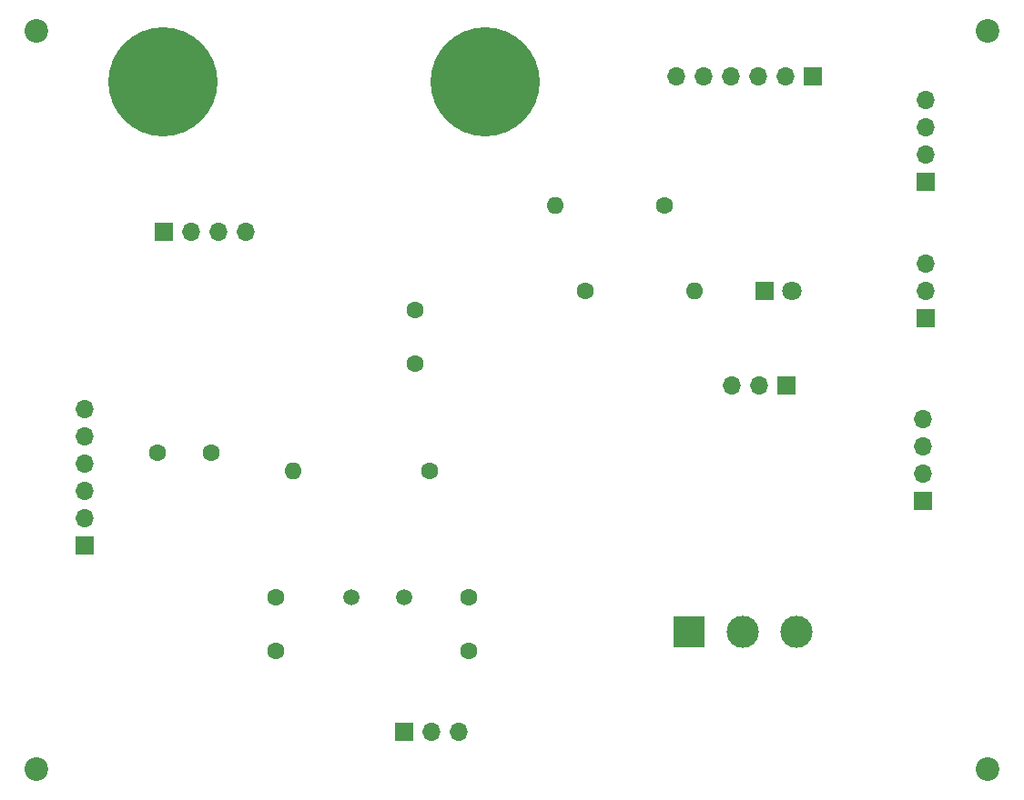
<source format=gbs>
G04 #@! TF.GenerationSoftware,KiCad,Pcbnew,8.0.6*
G04 #@! TF.CreationDate,2024-11-17T19:47:03-05:00*
G04 #@! TF.ProjectId,STM32_KiCAD,53544d33-325f-44b6-9943-41442e6b6963,rev?*
G04 #@! TF.SameCoordinates,Original*
G04 #@! TF.FileFunction,Soldermask,Bot*
G04 #@! TF.FilePolarity,Negative*
%FSLAX46Y46*%
G04 Gerber Fmt 4.6, Leading zero omitted, Abs format (unit mm)*
G04 Created by KiCad (PCBNEW 8.0.6) date 2024-11-17 19:47:03*
%MOMM*%
%LPD*%
G01*
G04 APERTURE LIST*
%ADD10C,2.200000*%
%ADD11C,1.500000*%
%ADD12R,1.700000X1.700000*%
%ADD13O,1.700000X1.700000*%
%ADD14C,1.600000*%
%ADD15C,10.160000*%
%ADD16R,3.000000X3.000000*%
%ADD17C,3.000000*%
%ADD18O,1.600000X1.600000*%
%ADD19R,1.800000X1.800000*%
%ADD20C,1.800000*%
G04 APERTURE END LIST*
D10*
X102000000Y-122750000D03*
D11*
X136200000Y-106750000D03*
X131320000Y-106750000D03*
D12*
X136210000Y-119250000D03*
D13*
X138750000Y-119250000D03*
X141290000Y-119250000D03*
D14*
X142250000Y-106750000D03*
X142250000Y-111750000D03*
X124250000Y-106750000D03*
X124250000Y-111750000D03*
D12*
X184750000Y-80710000D03*
D13*
X184750000Y-78170000D03*
X184750000Y-75630000D03*
D10*
X190500000Y-54000000D03*
D12*
X174250000Y-58250000D03*
D13*
X171710000Y-58250000D03*
X169170000Y-58250000D03*
X166630000Y-58250000D03*
X164090000Y-58250000D03*
X161550000Y-58250000D03*
D10*
X190500000Y-122750000D03*
D14*
X118250000Y-93250000D03*
X113250000Y-93250000D03*
D15*
X113750000Y-58750000D03*
X143720000Y-58750000D03*
D10*
X102000000Y-54000000D03*
D16*
X162750000Y-110000000D03*
D17*
X167750000Y-110000000D03*
X172750000Y-110000000D03*
D14*
X160410000Y-70250000D03*
D18*
X150250000Y-70250000D03*
D14*
X153090000Y-78250000D03*
D18*
X163250000Y-78250000D03*
D19*
X169710000Y-78250000D03*
D20*
X172250000Y-78250000D03*
D12*
X184500000Y-97800000D03*
D13*
X184500000Y-95260000D03*
X184500000Y-92720000D03*
X184500000Y-90180000D03*
D12*
X113880000Y-72750000D03*
D13*
X116420000Y-72750000D03*
X118960000Y-72750000D03*
X121500000Y-72750000D03*
D12*
X106500000Y-101950000D03*
D13*
X106500000Y-99410000D03*
X106500000Y-96870000D03*
X106500000Y-94330000D03*
X106500000Y-91790000D03*
X106500000Y-89250000D03*
D12*
X171775000Y-87000000D03*
D13*
X169235000Y-87000000D03*
X166695000Y-87000000D03*
D14*
X137250000Y-85000000D03*
X137250000Y-80000000D03*
X138600000Y-95000000D03*
D18*
X125900000Y-95000000D03*
D12*
X184750000Y-68050000D03*
D13*
X184750000Y-65510000D03*
X184750000Y-62970000D03*
X184750000Y-60430000D03*
M02*

</source>
